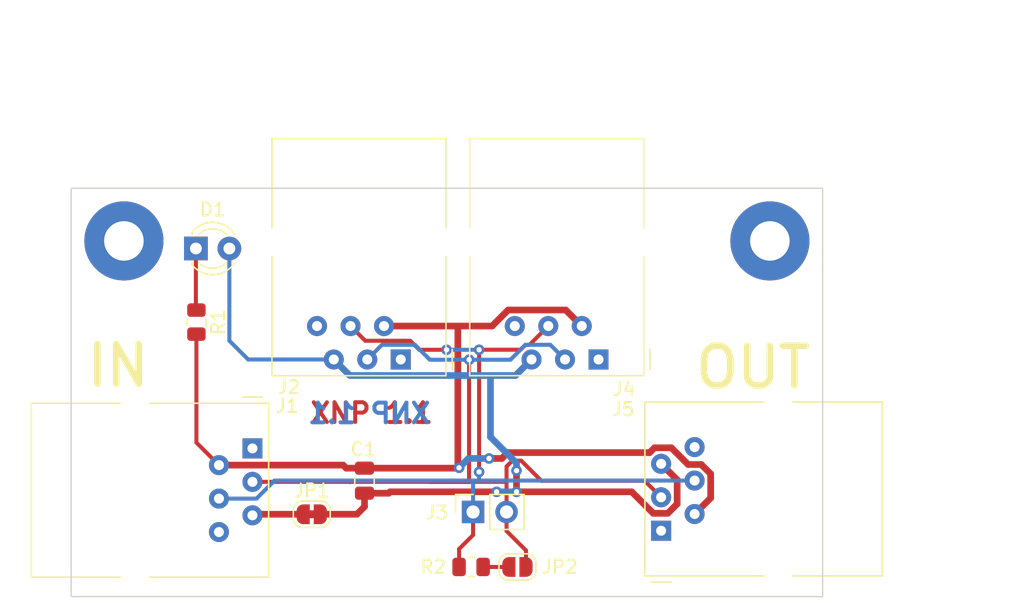
<source format=kicad_pcb>
(kicad_pcb (version 20221018) (generator pcbnew)
  (layers (0 "F.Cu" signal) (31 "B.Cu" signal) (34 "B.Paste" user) (35 "F.Paste" user) (36 "B.SilkS" user "B.Silkscreen") (37 "F.SilkS" user "F.Silkscreen") (38 "B.Mask" user) (39 "F.Mask" user) (44 "Edge.Cuts" user))
  (net 0 "")
  (net 1 "Net-(D1-A)")
  (net 2 "Net-(C1-Pad2)")
  (net 3 "Net-(D1-K)")
  (net 4 "Net-(J3-Pin_1)")
  (net 5 "Net-(J3-Pin_2)")
  (net 6 "Net-(JP1-A)")
  (net 7 "Net-(JP2-A)")
  (footprint "Connector_RJ:RJ12_Amphenol_54601" (layer "F.Cu") (at 119 63 180)
    (fp_text reference "J2" (at 8.4846 -2.1002) (layer "F.SilkS"))
    (fp_text value "RJ12")
    (fp_line (start -3.9 0.77) (end -3.9 -0.76) (stroke (width 0.12)) (layer "F.SilkS"))
    (fp_line (start -3.43 -1.23) (end 9.77 -1.23) (stroke (width 0.12)) (layer "F.SilkS"))
    (fp_line (start -3.43 7.72) (end -3.43 7.79) (stroke (width 0.1)) (layer "F.SilkS"))
    (fp_line (start -3.43 7.79) (end -3.43 -1.23) (stroke (width 0.12)) (layer "F.SilkS"))
    (fp_line (start -3.43 16.77) (end -3.43 9.99) (stroke (width 0.12)) (layer "F.SilkS"))
    (fp_line (start 9.77 -1.23) (end 9.77 7.79) (stroke (width 0.12)) (layer "F.SilkS"))
    (fp_line (start 9.77 16.65) (end 9.77 16.77) (stroke (width 0.1)) (layer "F.SilkS"))
    (fp_line (start 9.77 16.76) (end 9.77 16.77) (stroke (width 0.1)) (layer "F.SilkS"))
    (fp_line (start 9.77 16.77) (end -3.43 16.77) (stroke (width 0.12)) (layer "F.SilkS"))
    (fp_line (start 9.77 16.77) (end 9.77 9.99) (stroke (width 0.12)) (layer "F.SilkS"))
    (pad "" np_thru_hole circle (at -1.91 8.89 180) (size 3.25 3.25) (drill 3.25) (layers "*.Cu" "*.Mask"))
    (pad "" np_thru_hole circle (at 8.25 8.89 180) (size 3.25 3.25) (drill 3.25) (layers "*.Cu" "*.Mask"))
    (pad "1" thru_hole rect (at 0 0 180) (size 1.52 1.52) (drill 0.76) (layers "*.Cu" "*.Mask"))
    (pad "2" thru_hole circle (at 1.27 2.54 180) (size 1.52 1.52) (drill 0.76) (layers "*.Cu" "*.Mask") (net 2 "Net-(C1-Pad2)"))
    (pad "3" thru_hole circle (at 2.54 0 180) (size 1.52 1.52) (drill 0.76) (layers "*.Cu" "*.Mask") (net 5 "Net-(J3-Pin_2)"))
    (pad "4" thru_hole circle (at 3.81 2.54 180) (size 1.52 1.52) (drill 0.76) (layers "*.Cu" "*.Mask") (net 4 "Net-(J3-Pin_1)"))
    (pad "5" thru_hole circle (at 5.08 0 180) (size 1.52 1.52) (drill 0.76) (layers "*.Cu" "*.Mask") (net 1 "Net-(D1-A)"))
    (pad "6" thru_hole circle (at 6.35 2.54 180) (size 1.52 1.52) (drill 0.76) (layers "*.Cu" "*.Mask"))
  )
  (footprint "Jumper:SolderJumper-2_P1.3mm_Bridged_RoundedPad1.0x1.5mm" (layer "F.Cu") (at 112.25 74.75)
    (fp_text reference "JP1" (at 0 -1.8) (layer "F.SilkS"))
    (fp_text value "SolderJumper_2_Bridged")
    (fp_poly (pts (xy 0.25 -0.3) (xy -0.25 -0.3) (xy -0.25 0.3) (xy 0.25 0.3)) (fill solid) (layer "F.Cu"))
    (fp_line (start -1.4 0.3) (end -1.4 -0.3) (stroke (width 0.12)) (layer "F.SilkS"))
    (fp_line (start -0.7 -1) (end 0.7 -1) (stroke (width 0.12)) (layer "F.SilkS"))
    (fp_line (start 0.7 1) (end -0.7 1) (stroke (width 0.12)) (layer "F.SilkS"))
    (fp_line (start 1.4 -0.3) (end 1.4 0.3) (stroke (width 0.12)) (layer "F.SilkS"))
    (fp_arc (start -1.4 -0.3) (mid -1.194975 -0.794975) (end -0.7 -1) (stroke (width 0.12)) (layer "F.SilkS"))
    (fp_arc (start -0.7 1) (mid -1.194975 0.794975) (end -1.4 0.3) (stroke (width 0.12)) (layer "F.SilkS"))
    (fp_arc (start 0.7 -1) (mid 1.194975 -0.794975) (end 1.4 -0.3) (stroke (width 0.12)) (layer "F.SilkS"))
    (fp_arc (start 1.4 0.3) (mid 1.194975 0.794975) (end 0.7 1) (stroke (width 0.12)) (layer "F.SilkS"))
    (pad "1" smd custom (at -0.65 0) (size 1 0.5) (layers "F.Cu" "F.Mask") (net 6 "Net-(JP1-A)") (options (clearance outline) (anchor rect)) (primitives (gr_circle (center 0 0.25) (end 0.5 0.25) (width 0) (fill yes)) (gr_circle (center 0 -0.25) (end 0.5 -0.25) (width 0) (fill yes)) (gr_poly (pts (xy 0.5 0.75) (xy 0 0.75) (xy 0 -0.75) (xy 0.5 -0.75)) (width 0) (fill yes))))
    (pad "2" smd custom (at 0.65 0) (size 1 0.5) (layers "F.Cu" "F.Mask") (net 1 "Net-(D1-A)") (options (clearance outline) (anchor rect)) (primitives (gr_circle (center 0 0.25) (end 0.5 0.25) (width 0) (fill yes)) (gr_circle (center 0 -0.25) (end 0.5 -0.25) (width 0) (fill yes)) (gr_poly (pts (xy 0 0.75) (xy -0.5 0.75) (xy -0.5 -0.75) (xy 0 -0.75)) (width 0) (fill yes))))
  )
  (footprint "Connector_RJ:RJ12_Amphenol_54601" (layer "F.Cu") (at 134 63 180)
    (fp_text reference "J4" (at -1.9408 -2.2526) (layer "F.SilkS"))
    (fp_text value "RJ12")
    (fp_line (start -3.9 0.77) (end -3.9 -0.76) (stroke (width 0.12)) (layer "F.SilkS"))
    (fp_line (start -3.43 -1.23) (end 9.77 -1.23) (stroke (width 0.12)) (layer "F.SilkS"))
    (fp_line (start -3.43 7.72) (end -3.43 7.79) (stroke (width 0.1)) (layer "F.SilkS"))
    (fp_line (start -3.43 7.79) (end -3.43 -1.23) (stroke (width 0.12)) (layer "F.SilkS"))
    (fp_line (start -3.43 16.77) (end -3.43 9.99) (stroke (width 0.12)) (layer "F.SilkS"))
    (fp_line (start 9.77 -1.23) (end 9.77 7.79) (stroke (width 0.12)) (layer "F.SilkS"))
    (fp_line (start 9.77 16.65) (end 9.77 16.77) (stroke (width 0.1)) (layer "F.SilkS"))
    (fp_line (start 9.77 16.76) (end 9.77 16.77) (stroke (width 0.1)) (layer "F.SilkS"))
    (fp_line (start 9.77 16.77) (end -3.43 16.77) (stroke (width 0.12)) (layer "F.SilkS"))
    (fp_line (start 9.77 16.77) (end 9.77 9.99) (stroke (width 0.12)) (layer "F.SilkS"))
    (pad "" np_thru_hole circle (at -1.91 8.89 180) (size 3.25 3.25) (drill 3.25) (layers "*.Cu" "*.Mask"))
    (pad "" np_thru_hole circle (at 8.25 8.89 180) (size 3.25 3.25) (drill 3.25) (layers "*.Cu" "*.Mask"))
    (pad "1" thru_hole rect (at 0 0 180) (size 1.52 1.52) (drill 0.76) (layers "*.Cu" "*.Mask"))
    (pad "2" thru_hole circle (at 1.27 2.54 180) (size 1.52 1.52) (drill 0.76) (layers "*.Cu" "*.Mask") (net 2 "Net-(C1-Pad2)"))
    (pad "3" thru_hole circle (at 2.54 0 180) (size 1.52 1.52) (drill 0.76) (layers "*.Cu" "*.Mask") (net 5 "Net-(J3-Pin_2)"))
    (pad "4" thru_hole circle (at 3.81 2.54 180) (size 1.52 1.52) (drill 0.76) (layers "*.Cu" "*.Mask") (net 4 "Net-(J3-Pin_1)"))
    (pad "5" thru_hole circle (at 5.08 0 180) (size 1.52 1.52) (drill 0.76) (layers "*.Cu" "*.Mask") (net 1 "Net-(D1-A)"))
    (pad "6" thru_hole circle (at 6.35 2.54 180) (size 1.52 1.52) (drill 0.76) (layers "*.Cu" "*.Mask"))
  )
  (footprint "Resistor_SMD:R_0805_2012Metric" (layer "F.Cu") (at 124.3375 78.75)
    (fp_text reference "R2" (at -2.8747 -0.01) (layer "F.SilkS"))
    (fp_text value "4k7")
    (fp_line (start -0.227064 -0.735) (end 0.227064 -0.735) (stroke (width 0.12)) (layer "F.SilkS"))
    (fp_line (start -0.227064 0.735) (end 0.227064 0.735) (stroke (width 0.12)) (layer "F.SilkS"))
    (pad "1" smd roundrect (at -0.9125 0) (size 1.025 1.4) (layers "F.Cu" "F.Paste" "F.Mask") (roundrect_rratio 0.243902) (net 4 "Net-(J3-Pin_1)"))
    (pad "2" smd roundrect (at 0.9125 0) (size 1.025 1.4) (layers "F.Cu" "F.Paste" "F.Mask") (roundrect_rratio 0.243902) (net 7 "Net-(JP2-A)"))
  )
  (footprint "Resistor_SMD:R_0805_2012Metric" (layer "F.Cu") (at 103.5 60.1625 -90)
    (fp_text reference "R1" (at 0 -1.65 90) (layer "F.SilkS"))
    (fp_text value "4k7")
    (fp_line (start -0.227064 -0.735) (end 0.227064 -0.735) (stroke (width 0.12)) (layer "F.SilkS"))
    (fp_line (start -0.227064 0.735) (end 0.227064 0.735) (stroke (width 0.12)) (layer "F.SilkS"))
    (pad "1" smd roundrect (at -0.9125 0 270) (size 1.025 1.4) (layers "F.Cu" "F.Paste" "F.Mask") (roundrect_rratio 0.243902) (net 3 "Net-(D1-K)"))
    (pad "2" smd roundrect (at 0.9125 0 270) (size 1.025 1.4) (layers "F.Cu" "F.Paste" "F.Mask") (roundrect_rratio 0.243902) (net 2 "Net-(C1-Pad2)"))
  )
  (footprint "LED_THT:LED_D3.0mm_Clear" (layer "F.Cu") (at 103.46 54.575)
    (fp_text reference "D1" (at 1.27 -2.96) (layer "F.SilkS"))
    (fp_text value "LED")
    (fp_line (start -0.29 -1.236) (end -0.29 -1.08) (stroke (width 0.12)) (layer "F.SilkS"))
    (fp_line (start -0.29 1.08) (end -0.29 1.236) (stroke (width 0.12)) (layer "F.SilkS"))
    (fp_arc (start -0.29 -1.235516) (mid 1.366487 -1.987659) (end 2.942335 -1.078608) (stroke (width 0.12)) (layer "F.SilkS"))
    (fp_arc (start 0.229039 -1.08) (mid 1.270117 -1.5) (end 2.31113 -1.079837) (stroke (width 0.12)) (layer "F.SilkS"))
    (fp_arc (start 2.31113 1.079837) (mid 1.270117 1.5) (end 0.229039 1.08) (stroke (width 0.12)) (layer "F.SilkS"))
    (fp_arc (start 2.942335 1.078608) (mid 1.366487 1.987659) (end -0.29 1.235516) (stroke (width 0.12)) (layer "F.SilkS"))
    (pad "1" thru_hole rect (at 0 0) (size 1.8 1.8) (drill 0.9) (layers "*.Cu" "*.Mask") (net 3 "Net-(D1-K)"))
    (pad "2" thru_hole circle (at 2.54 0) (size 1.8 1.8) (drill 0.9) (layers "*.Cu" "*.Mask") (net 1 "Net-(D1-A)"))
  )
  (footprint "MountingHole:MountingHole_3mm_Pad_TopBottom" (layer "F.Cu") (at 98 54)
    (fp_text reference "H1" hide)
    (fp_text value "MountingHole")
    (pad "1" thru_hole circle (at 0 0) (size 3.4 3.4) (drill 3) (layers "*.Cu" "*.Mask"))
    (pad "1" connect circle (at 0 0) (size 6 6) (layers "F.Cu" "F.Mask"))
    (pad "1" connect circle (at 0 0) (size 6 6) (layers "B.Cu" "B.Mask"))
  )
  (footprint "Jumper:SolderJumper-2_P1.3mm_Open_RoundedPad1.0x1.5mm" (layer "F.Cu") (at 127.85 78.75)
    (fp_text reference "JP2" (at 3.214 -0.01) (layer "F.SilkS"))
    (fp_text value "SolderJumper_2_Open")
    (fp_line (start -1.4 0.3) (end -1.4 -0.3) (stroke (width 0.12)) (layer "F.SilkS"))
    (fp_line (start -0.7 -1) (end 0.7 -1) (stroke (width 0.12)) (layer "F.SilkS"))
    (fp_line (start 0.7 1) (end -0.7 1) (stroke (width 0.12)) (layer "F.SilkS"))
    (fp_line (start 1.4 -0.3) (end 1.4 0.3) (stroke (width 0.12)) (layer "F.SilkS"))
    (fp_arc (start -1.4 -0.3) (mid -1.194975 -0.794975) (end -0.7 -1) (stroke (width 0.12)) (layer "F.SilkS"))
    (fp_arc (start -0.7 1) (mid -1.194975 0.794975) (end -1.4 0.3) (stroke (width 0.12)) (layer "F.SilkS"))
    (fp_arc (start 0.7 -1) (mid 1.194975 -0.794975) (end 1.4 -0.3) (stroke (width 0.12)) (layer "F.SilkS"))
    (fp_arc (start 1.4 0.3) (mid 1.194975 0.794975) (end 0.7 1) (stroke (width 0.12)) (layer "F.SilkS"))
    (pad "1" smd custom (at -0.65 0) (size 1 0.5) (layers "F.Cu" "F.Mask") (net 7 "Net-(JP2-A)") (options (clearance outline) (anchor rect)) (primitives (gr_circle (center 0 0.25) (end 0.5 0.25) (width 0) (fill yes)) (gr_circle (center 0 -0.25) (end 0.5 -0.25) (width 0) (fill yes)) (gr_poly (pts (xy 0.5 0.75) (xy 0 0.75) (xy 0 -0.75) (xy 0.5 -0.75)) (width 0) (fill yes))))
    (pad "2" smd custom (at 0.65 0) (size 1 0.5) (layers "F.Cu" "F.Mask") (net 5 "Net-(J3-Pin_2)") (options (clearance outline) (anchor rect)) (primitives (gr_circle (center 0 0.25) (end 0.5 0.25) (width 0) (fill yes)) (gr_circle (center 0 -0.25) (end 0.5 -0.25) (width 0) (fill yes)) (gr_poly (pts (xy 0 0.75) (xy -0.5 0.75) (xy -0.5 -0.75) (xy 0 -0.75)) (width 0) (fill yes))))
  )
  (footprint "Capacitor_SMD:C_0805_2012Metric" (layer "F.Cu") (at 116.25 72.2 90)
    (fp_text reference "C1" (at 2.3754 -0.0958) (layer "F.SilkS"))
    (fp_text value "100n")
    (fp_line (start -0.261252 -0.735) (end 0.261252 -0.735) (stroke (width 0.12)) (layer "F.SilkS"))
    (fp_line (start -0.261252 0.735) (end 0.261252 0.735) (stroke (width 0.12)) (layer "F.SilkS"))
    (pad "1" smd roundrect (at -0.95 0 90) (size 1 1.45) (layers "F.Cu" "F.Paste" "F.Mask") (net 1 "Net-(D1-A)"))
    (pad "2" smd roundrect (at 0.95 0 90) (size 1 1.45) (layers "F.Cu" "F.Paste" "F.Mask") (net 2 "Net-(C1-Pad2)"))
  )
  (footprint "Connector_RJ:RJ12_Amphenol_54601" (layer "F.Cu") (at 138.75 76 90)
    (fp_text reference "J5" (at 9.2234 -2.8854) (layer "F.SilkS"))
    (fp_text value "RJ12")
    (fp_line (start -3.9 0.77) (end -3.9 -0.76) (stroke (width 0.12)) (layer "F.SilkS"))
    (fp_line (start -3.43 -1.23) (end 9.77 -1.23) (stroke (width 0.12)) (layer "F.SilkS"))
    (fp_line (start -3.43 7.72) (end -3.43 7.79) (stroke (width 0.1)) (layer "F.SilkS"))
    (fp_line (start -3.43 7.79) (end -3.43 -1.23) (stroke (width 0.12)) (layer "F.SilkS"))
    (fp_line (start -3.43 16.77) (end -3.43 9.99) (stroke (width 0.12)) (layer "F.SilkS"))
    (fp_line (start 9.77 -1.23) (end 9.77 7.79) (stroke (width 0.12)) (layer "F.SilkS"))
    (fp_line (start 9.77 16.65) (end 9.77 16.77) (stroke (width 0.1)) (layer "F.SilkS"))
    (fp_line (start 9.77 16.76) (end 9.77 16.77) (stroke (width 0.1)) (layer "F.SilkS"))
    (fp_line (start 9.77 16.77) (end -3.43 16.77) (stroke (width 0.12)) (layer "F.SilkS"))
    (fp_line (start 9.77 16.77) (end 9.77 9.99) (stroke (width 0.12)) (layer "F.SilkS"))
    (pad "" np_thru_hole circle (at -1.91 8.89 90) (size 3.25 3.25) (drill 3.25) (layers "*.Cu" "*.Mask"))
    (pad "" np_thru_hole circle (at 8.25 8.89 90) (size 3.25 3.25) (drill 3.25) (layers "*.Cu" "*.Mask"))
    (pad "1" thru_hole rect (at 0 0 90) (size 1.52 1.52) (drill 0.76) (layers "*.Cu" "*.Mask"))
    (pad "2" thru_hole circle (at 1.27 2.54 90) (size 1.52 1.52) (drill 0.76) (layers "*.Cu" "*.Mask") (net 2 "Net-(C1-Pad2)"))
    (pad "3" thru_hole circle (at 2.54 0 90) (size 1.52 1.52) (drill 0.76) (layers "*.Cu" "*.Mask") (net 5 "Net-(J3-Pin_2)"))
    (pad "4" thru_hole circle (at 3.81 2.54 90) (size 1.52 1.52) (drill 0.76) (layers "*.Cu" "*.Mask") (net 4 "Net-(J3-Pin_1)"))
    (pad "5" thru_hole circle (at 5.08 0 90) (size 1.52 1.52) (drill 0.76) (layers "*.Cu" "*.Mask") (net 1 "Net-(D1-A)"))
    (pad "6" thru_hole circle (at 6.35 2.54 90) (size 1.52 1.52) (drill 0.76) (layers "*.Cu" "*.Mask"))
  )
  (footprint "Connector_PinSocket_2.54mm:PinSocket_1x02_P2.54mm_Vertical" (layer "F.Cu") (at 124.4854 74.5744 90)
    (fp_text reference "J3" (at -0.0508 -2.7432) (layer "F.SilkS"))
    (fp_text value "Conn_01x02")
    (fp_line (start -1.33 1.27) (end -1.33 3.87) (stroke (width 0.12)) (layer "F.SilkS"))
    (fp_line (start -1.33 1.27) (end 1.33 1.27) (stroke (width 0.12)) (layer "F.SilkS"))
    (fp_line (start -1.33 3.87) (end 1.33 3.87) (stroke (width 0.12)) (layer "F.SilkS"))
    (fp_line (start 0 -1.33) (end 1.33 -1.33) (stroke (width 0.12)) (layer "F.SilkS"))
    (fp_line (start 1.33 -1.33) (end 1.33 0) (stroke (width 0.12)) (layer "F.SilkS"))
    (fp_line (start 1.33 1.27) (end 1.33 3.87) (stroke (width 0.12)) (layer "F.SilkS"))
    (pad "1" thru_hole rect (at 0 0 90) (size 1.7 1.7) (drill 1) (layers "*.Cu" "*.Mask") (net 4 "Net-(J3-Pin_1)"))
    (pad "2" thru_hole oval (at 0 2.54 90) (size 1.7 1.7) (drill 1) (layers "*.Cu" "*.Mask") (net 5 "Net-(J3-Pin_2)"))
  )
  (footprint "MountingHole:MountingHole_3mm_Pad_TopBottom" (layer "F.Cu") (at 147 54)
    (fp_text reference "H2" hide)
    (fp_text value "MountingHole")
    (pad "1" thru_hole circle (at 0 0) (size 3.4 3.4) (drill 3) (layers "*.Cu" "*.Mask"))
    (pad "1" connect circle (at 0 0) (size 6 6) (layers "F.Cu" "F.Mask"))
    (pad "1" connect circle (at 0 0) (size 6 6) (layers "B.Cu" "B.Mask"))
  )
  (footprint "Connector_RJ:RJ12_Amphenol_54601" (layer "F.Cu") (at 107.75 69.75 -90)
    (fp_text reference "J1" (at -3.2274 -2.6384 -180) (layer "F.SilkS"))
    (fp_text value "RJ12")
    (fp_line (start -3.9 0.77) (end -3.9 -0.76) (stroke (width 0.12)) (layer "F.SilkS"))
    (fp_line (start -3.43 -1.23) (end 9.77 -1.23) (stroke (width 0.12)) (layer "F.SilkS"))
    (fp_line (start -3.43 7.72) (end -3.43 7.79) (stroke (width 0.1)) (layer "F.SilkS"))
    (fp_line (start -3.43 7.79) (end -3.43 -1.23) (stroke (width 0.12)) (layer "F.SilkS"))
    (fp_line (start -3.43 16.77) (end -3.43 9.99) (stroke (width 0.12)) (layer "F.SilkS"))
    (fp_line (start 9.77 -1.23) (end 9.77 7.79) (stroke (width 0.12)) (layer "F.SilkS"))
    (fp_line (start 9.77 16.65) (end 9.77 16.77) (stroke (width 0.1)) (layer "F.SilkS"))
    (fp_line (start 9.77 16.76) (end 9.77 16.77) (stroke (width 0.1)) (layer "F.SilkS"))
    (fp_line (start 9.77 16.77) (end -3.43 16.77) (stroke (width 0.12)) (layer "F.SilkS"))
    (fp_line (start 9.77 16.77) (end 9.77 9.99) (stroke (width 0.12)) (layer "F.SilkS"))
    (pad "" np_thru_hole circle (at -1.91 8.89 270) (size 3.25 3.25) (drill 3.25) (layers "*.Cu" "*.Mask"))
    (pad "" np_thru_hole circle (at 8.25 8.89 270) (size 3.25 3.25) (drill 3.25) (layers "*.Cu" "*.Mask"))
    (pad "1" thru_hole rect (at 0 0 270) (size 1.52 1.52) (drill 0.76) (layers "*.Cu" "*.Mask"))
    (pad "2" thru_hole circle (at 1.27 2.54 270) (size 1.52 1.52) (drill 0.76) (layers "*.Cu" "*.Mask") (net 2 "Net-(C1-Pad2)"))
    (pad "3" thru_hole circle (at 2.54 0 270) (size 1.52 1.52) (drill 0.76) (layers "*.Cu" "*.Mask") (net 5 "Net-(J3-Pin_2)"))
    (pad "4" thru_hole circle (at 3.81 2.54 270) (size 1.52 1.52) (drill 0.76) (layers "*.Cu" "*.Mask") (net 4 "Net-(J3-Pin_1)"))
    (pad "5" thru_hole circle (at 5.08 0 270) (size 1.52 1.52) (drill 0.76) (layers "*.Cu" "*.Mask") (net 6 "Net-(JP1-A)"))
    (pad "6" thru_hole circle (at 6.35 2.54 270) (size 1.52 1.52) (drill 0.76) (layers "*.Cu" "*.Mask"))
  )
  (gr_line (start 151 81) (end 94 81) (stroke (width 0.1)) (layer "Edge.Cuts"))
  (gr_line (start 151 50) (end 151 81) (stroke (width 0.1)) (layer "Edge.Cuts"))
  (gr_line (start 94 50) (end 151 50) (stroke (width 0.1)) (layer "Edge.Cuts"))
  (gr_line (start 94 81) (end 94 50) (stroke (width 0.1)) (layer "Edge.Cuts"))
  (gr_text "XNP 1.1" (at 111.9886 67.945) (layer "F.Cu") (effects (font (size 1.5 1.5) (thickness 0.3) bold) (justify left bottom)))
  (gr_text "XNP 1.1" (at 121.412 67.9704) (layer "B.Cu") (effects (font (size 1.5 1.5) (thickness 0.3) bold) (justify left bottom mirror)))
  (gr_text "IN" (at 94.9452 65.2272) (layer "F.SilkS") (effects (font (size 3 3) (thickness 0.5) bold) (justify left bottom)))
  (gr_text "OUT" (at 141.097 65.3542) (layer "F.SilkS") (effects (font (size 3 3) (thickness 0.5) bold) (justify left bottom)))
  (segment (start 126.2703 73.0451) (end 118.1915 73.0451) (width 0.508) (layer "F.Cu") (net 1))
  (segment (start 139.9672 73.964181) (end 139.9672 72.1372) (width 0.508) (layer "F.Cu") (net 1))
  (segment (start 139.254181 74.6772) (end 139.9672 73.964181) (width 0.508) (layer "F.Cu") (net 1))
  (segment (start 112.9 74.75) (end 115.6738 74.75) (width 0.508) (layer "F.Cu") (net 1))
  (segment (start 139.9672 72.1372) (end 138.75 70.92) (width 0.508) (layer "F.Cu") (net 1))
  (segment (start 138.1518 74.6772) (end 139.254181 74.6772) (width 0.508) (layer "F.Cu") (net 1))
  (segment (start 136.5197 73.0451) (end 138.1518 74.6772) (width 0.508) (layer "F.Cu") (net 1))
  (segment (start 115.6738 74.75) (end 116.25 74.1738) (width 0.508) (layer "F.Cu") (net 1))
  (segment (start 118.0866 73.15) (end 116.25 73.15) (width 0.508) (layer "F.Cu") (net 1))
  (segment (start 127.7805 73.0451) (end 136.5197 73.0451) (width 0.508) (layer "F.Cu") (net 1))
  (segment (start 116.25 74.1738) (end 116.25 73.15) (width 0.508) (layer "F.Cu") (net 1))
  (segment (start 118.1915 73.0451) (end 118.0866 73.15) (width 0.508) (layer "F.Cu") (net 1))
  (segment (start 127.7805 71.4344) (end 127.7805 73.0451) (width 0.508) (layer "F.Cu") (net 1))
  (via (at 127.7805 73.0451) (size 0.8) (drill 0.4) (layers "F.Cu" "B.Cu") (net 1))
  (via (at 126.2703 73.0451) (size 0.8) (drill 0.4) (layers "F.Cu" "B.Cu") (net 1))
  (via (at 127.7805 71.4344) (size 0.8) (drill 0.4) (layers "F.Cu" "B.Cu") (net 1))
  (segment (start 107.4246 63) (end 113.92 63) (width 0.3048) (layer "B.Cu") (net 1))
  (segment (start 127.7805 73.0451) (end 126.2703 73.0451) (width 0.508) (layer "B.Cu") (net 1))
  (segment (start 125.8062 68.8848) (end 125.8062 64.2172) (width 0.508) (layer "B.Cu") (net 1))
  (segment (start 127.7805 71.4344) (end 127.7805 70.8591) (width 0.508) (layer "B.Cu") (net 1))
  (segment (start 127.7805 70.8591) (end 125.8062 68.8848) (width 0.508) (layer "B.Cu") (net 1))
  (segment (start 113.92 63) (end 115.1372 64.2172) (width 0.508) (layer "B.Cu") (net 1))
  (segment (start 125.8062 64.2172) (end 127.7028 64.2172) (width 0.508) (layer "B.Cu") (net 1))
  (segment (start 106 61.5754) (end 107.4246 63) (width 0.3048) (layer "B.Cu") (net 1))
  (segment (start 106 54.575) (end 106 61.5754) (width 0.3048) (layer "B.Cu") (net 1))
  (segment (start 115.1372 64.2172) (end 125.8062 64.2172) (width 0.508) (layer "B.Cu") (net 1))
  (segment (start 127.7028 64.2172) (end 128.92 63) (width 0.508) (layer "B.Cu") (net 1))
  (segment (start 125.6977 70.514286) (end 126.665914 70.514286) (width 0.508) (layer "F.Cu") (net 2))
  (segment (start 125.928619 60.46) (end 127.145819 59.2428) (width 0.508) (layer "F.Cu") (net 2))
  (segment (start 141.794181 70.9728) (end 142.5072 71.685819) (width 0.508) (layer "F.Cu") (net 2))
  (segment (start 142.5072 71.685819) (end 142.5072 73.5128) (width 0.508) (layer "F.Cu") (net 2))
  (segment (start 114.6318 71.02) (end 114.8618 71.25) (width 0.508) (layer "F.Cu") (net 2))
  (segment (start 140.7974 70.9728) (end 141.794181 70.9728) (width 0.508) (layer "F.Cu") (net 2))
  (segment (start 123.3971 71.25) (end 123.4255 71.2216) (width 0.508) (layer "F.Cu") (net 2))
  (segment (start 126.665914 70.514286) (end 127.1105 70.0697) (width 0.508) (layer "F.Cu") (net 2))
  (segment (start 139.5274 69.7028) (end 140.7974 70.9728) (width 0.508) (layer "F.Cu") (net 2))
  (segment (start 123.4255 71.2216) (end 123.3303 71.1264) (width 0.508) (layer "F.Cu") (net 2))
  (segment (start 105.21 71.02) (end 114.6318 71.02) (width 0.508) (layer "F.Cu") (net 2))
  (segment (start 138.245819 69.7028) (end 139.5274 69.7028) (width 0.508) (layer "F.Cu") (net 2))
  (segment (start 122.8344 60.46) (end 123.3424 60.46) (width 0.508) (layer "F.Cu") (net 2))
  (segment (start 116.25 71.25) (end 123.3971 71.25) (width 0.508) (layer "F.Cu") (net 2))
  (segment (start 114.8618 71.25) (end 116.25 71.25) (width 0.508) (layer "F.Cu") (net 2))
  (segment (start 103.5 61.075) (end 103.5 69.31) (width 0.3048) (layer "F.Cu") (net 2))
  (segment (start 137.878919 70.0697) (end 138.245819 69.7028) (width 0.508) (layer "F.Cu") (net 2))
  (segment (start 127.145819 59.2428) (end 131.5128 59.2428) (width 0.508) (layer "F.Cu") (net 2))
  (segment (start 127.1105 70.0697) (end 137.878919 70.0697) (width 0.508) (layer "F.Cu") (net 2))
  (segment (start 103.5 69.31) (end 105.21 71.02) (width 0.3048) (layer "F.Cu") (net 2))
  (segment (start 123.3303 60.4721) (end 123.3424 60.46) (width 0.508) (layer "F.Cu") (net 2))
  (segment (start 117.73 60.46) (end 122.8344 60.46) (width 0.508) (layer "F.Cu") (net 2))
  (segment (start 142.5072 73.5128) (end 141.29 74.73) (width 0.508) (layer "F.Cu") (net 2))
  (segment (start 131.5128 59.2428) (end 132.73 60.46) (width 0.508) (layer "F.Cu") (net 2))
  (segment (start 123.3303 71.1264) (end 123.3303 60.4721) (width 0.508) (layer "F.Cu") (net 2))
  (segment (start 123.3424 60.46) (end 125.928619 60.46) (width 0.508) (layer "F.Cu") (net 2))
  (via (at 125.6977 70.514286) (size 0.8) (drill 0.4) (layers "F.Cu" "B.Cu") (net 2))
  (via (at 123.4255 71.2216) (size 0.8) (drill 0.4) (layers "F.Cu" "B.Cu") (net 2))
  (segment (start 125.6977 70.514286) (end 124.132814 70.514286) (width 0.508) (layer "B.Cu") (net 2))
  (segment (start 124.132814 70.514286) (end 123.4255 71.2216) (width 0.508) (layer "B.Cu") (net 2))
  (segment (start 103.46 59.21) (end 103.46 54.575) (width 0.3048) (layer "F.Cu") (net 3))
  (segment (start 103.5 59.25) (end 103.46 59.21) (width 0.3048) (layer "F.Cu") (net 3))
  (segment (start 115.19 60.46) (end 116.3056 61.5756) (width 0.3048) (layer "F.Cu") (net 4))
  (segment (start 124.9426 71.5349) (end 124.9426 62.2623) (width 0.3048) (layer "F.Cu") (net 4))
  (segment (start 123.425 77.3874) (end 124.4854 76.327) (width 0.3048) (layer "F.Cu") (net 4))
  (segment (start 123.425 78.75) (end 123.425 77.3874) (width 0.3048) (layer "F.Cu") (net 4))
  (segment (start 130.19 60.46) (end 128.7656 61.8844) (width 0.3048) (layer "F.Cu") (net 4))
  (segment (start 120.4029 62.2623) (end 122.4736 62.2623) (width 0.3048) (layer "F.Cu") (net 4))
  (segment (start 119.7162 61.5756) (end 120.4029 62.2623) (width 0.3048) (layer "F.Cu") (net 4))
  (segment (start 116.3056 61.5756) (end 119.7162 61.5756) (width 0.3048) (layer "F.Cu") (net 4))
  (segment (start 128.457903 61.8844) (end 128.086903 62.2554) (width 0.3048) (layer "F.Cu") (net 4))
  (segment (start 128.7656 61.8844) (end 128.457903 61.8844) (width 0.3048) (layer "F.Cu") (net 4))
  (segment (start 124.4854 76.327) (end 124.4854 74.5744) (width 0.3048) (layer "F.Cu") (net 4))
  (segment (start 128.086903 62.2554) (end 124.9495 62.2554) (width 0.3048) (layer "F.Cu") (net 4))
  (segment (start 124.9495 62.2554) (end 124.9426 62.2623) (width 0.3048) (layer "F.Cu") (net 4))
  (via (at 122.4736 62.2623) (size 0.8) (drill 0.4) (layers "F.Cu" "B.Cu") (net 4))
  (via (at 124.9426 62.2623) (size 0.8) (drill 0.4) (layers "F.Cu" "B.Cu") (net 4))
  (via (at 124.9426 71.5349) (size 0.8) (drill 0.4) (layers "F.Cu" "B.Cu") (net 4))
  (segment (start 124.5108 72.19) (end 124.4854 72.2154) (width 0.3048) (layer "B.Cu") (net 4))
  (segment (start 124.5108 72.19) (end 124.9426 72.19) (width 0.3048) (layer "B.Cu") (net 4))
  (segment (start 108.057697 73.56) (end 109.427697 72.19) (width 0.3048) (layer "B.Cu") (net 4))
  (segment (start 124.4854 74.5744) (end 124.4854 72.2154) (width 0.3048) (layer "B.Cu") (net 4))
  (segment (start 124.9426 72.19) (end 124.9426 71.5349) (width 0.3048) (layer "B.Cu") (net 4))
  (segment (start 124.9426 72.19) (end 141.29 72.19) (width 0.3048) (layer "B.Cu") (net 4))
  (segment (start 109.427697 72.19) (end 114.4778 72.19) (width 0.3048) (layer "B.Cu") (net 4))
  (segment (start 122.4736 62.2623) (end 124.9426 62.2623) (width 0.3048) (layer "B.Cu") (net 4))
  (segment (start 105.21 73.56) (end 108.057697 73.56) (width 0.3048) (layer "B.Cu") (net 4))
  (segment (start 114.4778 72.19) (end 124.5108 72.19) (width 0.3048) (layer "B.Cu") (net 4))
  (segment (start 114.46 72.2078) (end 114.4778 72.19) (width 0.3048) (layer "B.Cu") (net 4))
  (segment (start 129.667 72.2122) (end 128.1336 70.6788) (width 0.3048) (layer "F.Cu") (net 5))
  (segment (start 121.2596 72.29) (end 115.1636 72.29) (width 0.3048) (layer "F.Cu") (net 5))
  (segment (start 128.5 78.75) (end 128.5 77.4968) (width 0.3048) (layer "F.Cu") (net 5))
  (segment (start 127.0254 76.0222) (end 127.0254 74.5744) (width 0.3048) (layer "F.Cu") (net 5))
  (segment (start 127.0254 72.29) (end 121.2596 72.29) (width 0.3048) (layer "F.Cu") (net 5))
  (segment (start 127.0254 71.12092) (end 127.0254 72.29) (width 0.3048) (layer "F.Cu") (net 5))
  (segment (start 115.1636 72.29) (end 107.75 72.29) (width 0.3048) (layer "F.Cu") (net 5))
  (segment (start 137.5022 72.2122) (end 129.667 72.2122) (width 0.3048) (layer "F.Cu") (net 5))
  (segment (start 124.1806 72.29) (end 121.2596 72.29) (width 0.3048) (layer "F.Cu") (net 5))
  (segment (start 128.5 77.4968) (end 127.0254 76.0222) (width 0.3048) (layer "F.Cu") (net 5))
  (segment (start 127.0254 74.5744) (end 127.0254 72.29) (width 0.3048) (layer "F.Cu") (net 5))
  (segment (start 115.1694 72.2842) (end 115.1636 72.29) (width 0.3048) (layer "F.Cu") (net 5))
  (segment (start 128.1336 70.6788) (end 127.46752 70.6788) (width 0.3048) (layer "F.Cu") (net 5))
  (segment (start 127.46752 70.6788) (end 127.0254 71.12092) (width 0.3048) (layer "F.Cu") (net 5))
  (segment (start 138.75 73.46) (end 137.5022 72.2122) (width 0.3048) (layer "F.Cu") (net 5))
  (segment (start 124.1806 63.0243) (end 124.1806 72.29) (width 0.3048) (layer "F.Cu") (net 5))
  (segment (start 124.1875 63.0174) (end 124.1806 63.0243) (width 0.3048) (layer "F.Cu") (net 5))
  (via (at 124.1875 63.0174) (size 0.8) (drill 0.4) (layers "F.Cu" "B.Cu") (net 5))
  (segment (start 121.2088 63.0174) (end 120.0758 61.8844) (width 0.3048) (layer "B.Cu") (net 5))
  (segment (start 124.1875 63.0174) (end 127.324903 63.0174) (width 0.3048) (layer "B.Cu") (net 5))
  (segment (start 130.3444 61.8844) (end 131.46 63) (width 0.3048) (layer "B.Cu") (net 5))
  (segment (start 128.457903 61.8844) (end 130.3444 61.8844) (width 0.3048) (layer "B.Cu") (net 5))
  (segment (start 124.1875 63.0174) (end 121.2088 63.0174) (width 0.3048) (layer "B.Cu") (net 5))
  (segment (start 127.324903 63.0174) (end 128.457903 61.8844) (width 0.3048) (layer "B.Cu") (net 5))
  (segment (start 117.5756 61.8844) (end 116.46 63) (width 0.3048) (layer "B.Cu") (net 5))
  (segment (start 120.0758 61.8844) (end 117.5756 61.8844) (width 0.3048) (layer "B.Cu") (net 5))
  (segment (start 107.83 74.75) (end 107.75 74.83) (width 0.508) (layer "F.Cu") (net 6))
  (segment (start 111.6 74.75) (end 107.83 74.75) (width 0.508) (layer "F.Cu") (net 6))
  (segment (start 125.25 78.75) (end 127.2 78.75) (width 0.3048) (layer "F.Cu") (net 7))
)
</source>
